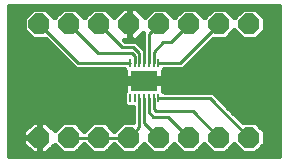
<source format=gtl>
G75*
%MOIN*%
%OFA0B0*%
%FSLAX25Y25*%
%IPPOS*%
%LPD*%
%AMOC8*
5,1,8,0,0,1.08239X$1,22.5*
%
%ADD10OC8,0.07000*%
%ADD11R,0.01000X0.02800*%
%ADD12R,0.09100X0.06700*%
%ADD13C,0.01000*%
%ADD14C,0.01600*%
D10*
X0011800Y0007863D03*
X0021800Y0007863D03*
X0031800Y0007863D03*
X0041800Y0007863D03*
X0051800Y0007863D03*
X0061800Y0007863D03*
X0071800Y0007863D03*
X0081800Y0007863D03*
X0081800Y0045737D03*
X0071800Y0045737D03*
X0061800Y0045737D03*
X0051800Y0045737D03*
X0041800Y0045737D03*
X0031800Y0045737D03*
X0021800Y0045737D03*
X0011800Y0045737D03*
D11*
X0042100Y0032700D03*
X0043700Y0032700D03*
X0045200Y0032700D03*
X0046800Y0032700D03*
X0048400Y0032700D03*
X0049900Y0032700D03*
X0051500Y0032700D03*
X0051500Y0020900D03*
X0049900Y0020900D03*
X0048400Y0020900D03*
X0046800Y0020900D03*
X0045200Y0020900D03*
X0043700Y0020900D03*
X0042100Y0020900D03*
D12*
X0046800Y0026800D03*
D13*
X0046800Y0020900D02*
X0046800Y0012863D01*
X0051800Y0007863D01*
X0049831Y0014792D02*
X0054871Y0014792D01*
X0061800Y0007863D01*
X0062902Y0016761D02*
X0071800Y0007863D01*
X0062902Y0016761D02*
X0050619Y0016761D01*
X0049900Y0017480D01*
X0049900Y0020900D01*
X0048400Y0020900D02*
X0048400Y0016224D01*
X0049831Y0014792D01*
X0045200Y0011263D02*
X0041800Y0007863D01*
X0031800Y0007863D01*
X0021800Y0007863D01*
X0045200Y0011263D02*
X0045200Y0020900D01*
X0051500Y0020900D02*
X0068763Y0020900D01*
X0081800Y0007863D01*
X0058763Y0032700D02*
X0071800Y0045737D01*
X0061800Y0045737D02*
X0055658Y0039595D01*
X0052981Y0039595D01*
X0049900Y0036514D01*
X0049900Y0032700D01*
X0048400Y0032700D02*
X0048400Y0042337D01*
X0051800Y0045737D01*
X0046800Y0037115D02*
X0041800Y0042115D01*
X0041800Y0045737D01*
X0043139Y0038020D02*
X0039517Y0038020D01*
X0031800Y0045737D01*
X0031485Y0036052D02*
X0042745Y0036052D01*
X0043700Y0035097D01*
X0043700Y0032700D01*
X0045200Y0032700D02*
X0045200Y0035959D01*
X0043139Y0038020D01*
X0046800Y0037115D02*
X0046800Y0032700D01*
X0051500Y0032700D02*
X0058763Y0032700D01*
X0042100Y0032700D02*
X0024837Y0032700D01*
X0011800Y0045737D01*
X0021800Y0045737D02*
X0031485Y0036052D01*
D14*
X0001800Y0001800D02*
X0091800Y0001800D01*
X0091800Y0051800D01*
X0001800Y0051800D01*
X0001800Y0001800D01*
X0091800Y0001800D01*
X0091800Y0003399D02*
X0084530Y0003399D01*
X0083907Y0002776D02*
X0086887Y0005756D01*
X0086887Y0009970D01*
X0083907Y0012950D01*
X0079693Y0012950D01*
X0079679Y0012936D01*
X0069628Y0022987D01*
X0053558Y0022987D01*
X0053150Y0023395D01*
X0053150Y0026000D01*
X0047600Y0026000D01*
X0047600Y0027600D01*
X0053150Y0027600D01*
X0053150Y0030205D01*
X0053558Y0030613D01*
X0059628Y0030613D01*
X0069679Y0040664D01*
X0069693Y0040650D01*
X0073907Y0040650D01*
X0076800Y0043542D01*
X0079693Y0040650D01*
X0083907Y0040650D01*
X0086887Y0043630D01*
X0086887Y0047844D01*
X0083907Y0050824D01*
X0079693Y0050824D01*
X0076800Y0047932D01*
X0073907Y0050824D01*
X0069693Y0050824D01*
X0066800Y0047932D01*
X0063907Y0050824D01*
X0059693Y0050824D01*
X0056800Y0047932D01*
X0053907Y0050824D01*
X0049693Y0050824D01*
X0046950Y0048082D01*
X0043995Y0051037D01*
X0042000Y0051037D01*
X0042000Y0045937D01*
X0041600Y0045937D01*
X0041600Y0051037D01*
X0039605Y0051037D01*
X0036650Y0048082D01*
X0033907Y0050824D01*
X0029693Y0050824D01*
X0026800Y0047932D01*
X0023907Y0050824D01*
X0019693Y0050824D01*
X0016800Y0047932D01*
X0013907Y0050824D01*
X0009693Y0050824D01*
X0006713Y0047844D01*
X0006713Y0043630D01*
X0009693Y0040650D01*
X0013907Y0040650D01*
X0013921Y0040664D01*
X0023972Y0030613D01*
X0040042Y0030613D01*
X0040450Y0030205D01*
X0040450Y0027600D01*
X0046000Y0027600D01*
X0046000Y0026000D01*
X0040450Y0026000D01*
X0040450Y0023395D01*
X0040013Y0022958D01*
X0040013Y0018842D01*
X0040942Y0017913D01*
X0043113Y0017913D01*
X0043113Y0012950D01*
X0039693Y0012950D01*
X0036800Y0010058D01*
X0033907Y0012950D01*
X0029693Y0012950D01*
X0026800Y0010058D01*
X0023907Y0012950D01*
X0019693Y0012950D01*
X0016950Y0010208D01*
X0013995Y0013163D01*
X0012000Y0013163D01*
X0012000Y0008063D01*
X0011600Y0008063D01*
X0011600Y0013163D01*
X0009605Y0013163D01*
X0006500Y0010058D01*
X0006500Y0008063D01*
X0011600Y0008063D01*
X0011600Y0007663D01*
X0006500Y0007663D01*
X0006500Y0005668D01*
X0009605Y0002563D01*
X0011600Y0002563D01*
X0011600Y0007663D01*
X0012000Y0007663D01*
X0012000Y0002563D01*
X0013995Y0002563D01*
X0016950Y0005518D01*
X0019693Y0002776D01*
X0023907Y0002776D01*
X0026800Y0005668D01*
X0029693Y0002776D01*
X0033907Y0002776D01*
X0036800Y0005668D01*
X0039693Y0002776D01*
X0043907Y0002776D01*
X0046800Y0005668D01*
X0049693Y0002776D01*
X0053907Y0002776D01*
X0056800Y0005668D01*
X0059693Y0002776D01*
X0063907Y0002776D01*
X0066800Y0005668D01*
X0069693Y0002776D01*
X0073907Y0002776D01*
X0076800Y0005668D01*
X0079693Y0002776D01*
X0083907Y0002776D01*
X0086129Y0004997D02*
X0091800Y0004997D01*
X0091800Y0006596D02*
X0086887Y0006596D01*
X0086887Y0008194D02*
X0091800Y0008194D01*
X0091800Y0009793D02*
X0086887Y0009793D01*
X0085467Y0011391D02*
X0091800Y0011391D01*
X0091800Y0012990D02*
X0079625Y0012990D01*
X0078027Y0014588D02*
X0091800Y0014588D01*
X0091800Y0016187D02*
X0076428Y0016187D01*
X0074830Y0017785D02*
X0091800Y0017785D01*
X0091800Y0019384D02*
X0073231Y0019384D01*
X0071633Y0020982D02*
X0091800Y0020982D01*
X0091800Y0022581D02*
X0070034Y0022581D01*
X0061187Y0032172D02*
X0091800Y0032172D01*
X0091800Y0033770D02*
X0062785Y0033770D01*
X0064384Y0035369D02*
X0091800Y0035369D01*
X0091800Y0036967D02*
X0065982Y0036967D01*
X0067581Y0038566D02*
X0091800Y0038566D01*
X0091800Y0040164D02*
X0069179Y0040164D01*
X0075020Y0041763D02*
X0078580Y0041763D01*
X0076981Y0043361D02*
X0076619Y0043361D01*
X0076575Y0048157D02*
X0077025Y0048157D01*
X0078624Y0049755D02*
X0074976Y0049755D01*
X0068624Y0049755D02*
X0064976Y0049755D01*
X0066575Y0048157D02*
X0067025Y0048157D01*
X0058624Y0049755D02*
X0054976Y0049755D01*
X0056575Y0048157D02*
X0057025Y0048157D01*
X0048624Y0049755D02*
X0045277Y0049755D01*
X0046875Y0048157D02*
X0047025Y0048157D01*
X0042000Y0048157D02*
X0041600Y0048157D01*
X0041600Y0049755D02*
X0042000Y0049755D01*
X0042000Y0046558D02*
X0041600Y0046558D01*
X0041600Y0045537D02*
X0042000Y0045537D01*
X0042000Y0040437D01*
X0043995Y0040437D01*
X0046313Y0042754D01*
X0046313Y0037798D01*
X0045226Y0038885D01*
X0044003Y0040108D01*
X0040381Y0040108D01*
X0040052Y0040437D01*
X0041600Y0040437D01*
X0041600Y0045537D01*
X0041600Y0044960D02*
X0042000Y0044960D01*
X0042000Y0043361D02*
X0041600Y0043361D01*
X0041600Y0041763D02*
X0042000Y0041763D01*
X0040325Y0040164D02*
X0046313Y0040164D01*
X0046313Y0041763D02*
X0045321Y0041763D01*
X0045545Y0038566D02*
X0046313Y0038566D01*
X0040082Y0030573D02*
X0001800Y0030573D01*
X0001800Y0028975D02*
X0040450Y0028975D01*
X0040450Y0025778D02*
X0001800Y0025778D01*
X0001800Y0027376D02*
X0046000Y0027376D01*
X0047600Y0027376D02*
X0091800Y0027376D01*
X0091800Y0025778D02*
X0053150Y0025778D01*
X0053150Y0024179D02*
X0091800Y0024179D01*
X0091800Y0028975D02*
X0053150Y0028975D01*
X0053518Y0030573D02*
X0091800Y0030573D01*
X0091800Y0041763D02*
X0085020Y0041763D01*
X0086619Y0043361D02*
X0091800Y0043361D01*
X0091800Y0044960D02*
X0086887Y0044960D01*
X0086887Y0046558D02*
X0091800Y0046558D01*
X0091800Y0048157D02*
X0086575Y0048157D01*
X0084976Y0049755D02*
X0091800Y0049755D01*
X0091800Y0051354D02*
X0001800Y0051354D01*
X0001800Y0049755D02*
X0008624Y0049755D01*
X0007025Y0048157D02*
X0001800Y0048157D01*
X0001800Y0046558D02*
X0006713Y0046558D01*
X0006713Y0044960D02*
X0001800Y0044960D01*
X0001800Y0043361D02*
X0006981Y0043361D01*
X0008580Y0041763D02*
X0001800Y0041763D01*
X0001800Y0040164D02*
X0014421Y0040164D01*
X0016019Y0038566D02*
X0001800Y0038566D01*
X0001800Y0036967D02*
X0017618Y0036967D01*
X0019216Y0035369D02*
X0001800Y0035369D01*
X0001800Y0033770D02*
X0020815Y0033770D01*
X0022413Y0032172D02*
X0001800Y0032172D01*
X0001800Y0024179D02*
X0040450Y0024179D01*
X0040013Y0022581D02*
X0001800Y0022581D01*
X0001800Y0020982D02*
X0040013Y0020982D01*
X0040013Y0019384D02*
X0001800Y0019384D01*
X0001800Y0017785D02*
X0043113Y0017785D01*
X0043113Y0016187D02*
X0001800Y0016187D01*
X0001800Y0014588D02*
X0043113Y0014588D01*
X0043113Y0012990D02*
X0014169Y0012990D01*
X0015767Y0011391D02*
X0018133Y0011391D01*
X0012000Y0011391D02*
X0011600Y0011391D01*
X0011600Y0012990D02*
X0012000Y0012990D01*
X0009431Y0012990D02*
X0001800Y0012990D01*
X0001800Y0011391D02*
X0007833Y0011391D01*
X0006500Y0009793D02*
X0001800Y0009793D01*
X0001800Y0008194D02*
X0006500Y0008194D01*
X0006500Y0006596D02*
X0001800Y0006596D01*
X0001800Y0004997D02*
X0007171Y0004997D01*
X0008769Y0003399D02*
X0001800Y0003399D01*
X0011600Y0003399D02*
X0012000Y0003399D01*
X0012000Y0004997D02*
X0011600Y0004997D01*
X0011600Y0006596D02*
X0012000Y0006596D01*
X0012000Y0008194D02*
X0011600Y0008194D01*
X0011600Y0009793D02*
X0012000Y0009793D01*
X0016429Y0004997D02*
X0017471Y0004997D01*
X0019070Y0003399D02*
X0014831Y0003399D01*
X0024530Y0003399D02*
X0029070Y0003399D01*
X0027471Y0004997D02*
X0026129Y0004997D01*
X0025467Y0011391D02*
X0028133Y0011391D01*
X0035467Y0011391D02*
X0038133Y0011391D01*
X0037471Y0004997D02*
X0036129Y0004997D01*
X0034530Y0003399D02*
X0039070Y0003399D01*
X0044530Y0003399D02*
X0049070Y0003399D01*
X0047471Y0004997D02*
X0046129Y0004997D01*
X0054530Y0003399D02*
X0059070Y0003399D01*
X0057471Y0004997D02*
X0056129Y0004997D01*
X0064530Y0003399D02*
X0069070Y0003399D01*
X0067471Y0004997D02*
X0066129Y0004997D01*
X0074530Y0003399D02*
X0079070Y0003399D01*
X0077471Y0004997D02*
X0076129Y0004997D01*
X0036725Y0048157D02*
X0036575Y0048157D01*
X0034976Y0049755D02*
X0038323Y0049755D01*
X0028624Y0049755D02*
X0024976Y0049755D01*
X0026575Y0048157D02*
X0027025Y0048157D01*
X0018624Y0049755D02*
X0014976Y0049755D01*
X0016575Y0048157D02*
X0017025Y0048157D01*
M02*

</source>
